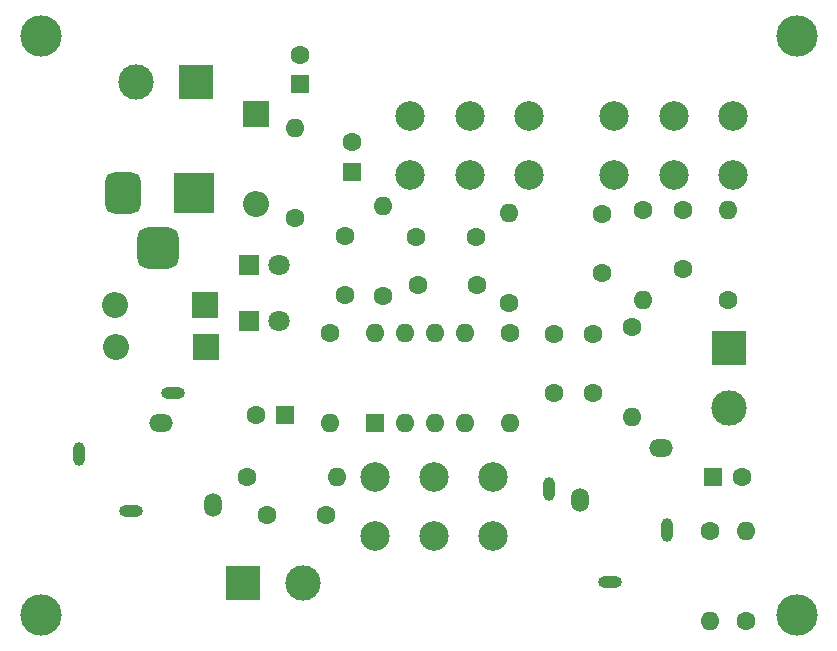
<source format=gbr>
%TF.GenerationSoftware,KiCad,Pcbnew,(6.0.2)*%
%TF.CreationDate,2022-04-13T08:42:36-05:00*%
%TF.ProjectId,PhonoJFET,50686f6e-6f4a-4464-9554-2e6b69636164,rev?*%
%TF.SameCoordinates,Original*%
%TF.FileFunction,Soldermask,Top*%
%TF.FilePolarity,Negative*%
%FSLAX46Y46*%
G04 Gerber Fmt 4.6, Leading zero omitted, Abs format (unit mm)*
G04 Created by KiCad (PCBNEW (6.0.2)) date 2022-04-13 08:42:36*
%MOMM*%
%LPD*%
G01*
G04 APERTURE LIST*
G04 Aperture macros list*
%AMRoundRect*
0 Rectangle with rounded corners*
0 $1 Rounding radius*
0 $2 $3 $4 $5 $6 $7 $8 $9 X,Y pos of 4 corners*
0 Add a 4 corners polygon primitive as box body*
4,1,4,$2,$3,$4,$5,$6,$7,$8,$9,$2,$3,0*
0 Add four circle primitives for the rounded corners*
1,1,$1+$1,$2,$3*
1,1,$1+$1,$4,$5*
1,1,$1+$1,$6,$7*
1,1,$1+$1,$8,$9*
0 Add four rect primitives between the rounded corners*
20,1,$1+$1,$2,$3,$4,$5,0*
20,1,$1+$1,$4,$5,$6,$7,0*
20,1,$1+$1,$6,$7,$8,$9,0*
20,1,$1+$1,$8,$9,$2,$3,0*%
G04 Aperture macros list end*
%ADD10R,1.600000X1.600000*%
%ADD11C,1.600000*%
%ADD12C,3.500000*%
%ADD13R,1.800000X1.800000*%
%ADD14C,1.800000*%
%ADD15C,2.500000*%
%ADD16O,1.600000X1.600000*%
%ADD17O,2.000000X1.000000*%
%ADD18O,1.000000X2.000000*%
%ADD19O,1.500000X2.000000*%
%ADD20O,2.000000X1.500000*%
%ADD21R,2.200000X2.200000*%
%ADD22O,2.200000X2.200000*%
%ADD23R,3.000000X3.000000*%
%ADD24C,3.000000*%
%ADD25R,3.500000X3.500000*%
%ADD26RoundRect,0.750000X-0.750000X-1.000000X0.750000X-1.000000X0.750000X1.000000X-0.750000X1.000000X0*%
%ADD27RoundRect,0.875000X-0.875000X-0.875000X0.875000X-0.875000X0.875000X0.875000X-0.875000X0.875000X0*%
G04 APERTURE END LIST*
D10*
%TO.C,C1*%
X99695000Y-144119600D03*
D11*
X97195000Y-144119600D03*
%TD*%
D12*
%TO.C,J9*%
X79000000Y-161000000D03*
%TD*%
D13*
%TO.C,D2*%
X96650000Y-136100000D03*
D14*
X99190000Y-136100000D03*
%TD*%
D10*
%TO.C,C3*%
X105375000Y-123475000D03*
D11*
X105375000Y-120975000D03*
%TD*%
D15*
%TO.C,RV3*%
X110316000Y-118776500D03*
X115316000Y-118776500D03*
X120316000Y-118776500D03*
X110316000Y-123776500D03*
X115316000Y-123776500D03*
X120316000Y-123776500D03*
%TD*%
D11*
%TO.C,R11*%
X135636000Y-153924000D03*
D16*
X135636000Y-161544000D03*
%TD*%
D11*
%TO.C,R10*%
X138684000Y-161544000D03*
D16*
X138684000Y-153924000D03*
%TD*%
D11*
%TO.C,C4*%
X122428000Y-137200000D03*
X122428000Y-142200000D03*
%TD*%
D13*
%TO.C,D3*%
X96625000Y-131375000D03*
D14*
X99165000Y-131375000D03*
%TD*%
D11*
%TO.C,R7*%
X118618000Y-134620000D03*
D16*
X118618000Y-127000000D03*
%TD*%
D11*
%TO.C,R6*%
X130000000Y-126746000D03*
D16*
X130000000Y-134366000D03*
%TD*%
D11*
%TO.C,C7*%
X104775000Y-133945000D03*
X104775000Y-128945000D03*
%TD*%
D10*
%TO.C,C2*%
X100925000Y-116075000D03*
D11*
X100925000Y-113575000D03*
%TD*%
D17*
%TO.C,J2*%
X86690000Y-152200000D03*
X90190000Y-142200000D03*
D18*
X82290000Y-147400000D03*
D19*
X93590000Y-151700000D03*
D20*
X89190000Y-144800000D03*
%TD*%
D11*
%TO.C,R5*%
X129050000Y-136650000D03*
D16*
X129050000Y-144270000D03*
%TD*%
D21*
%TO.C,D4*%
X92950000Y-134770000D03*
D22*
X85330000Y-134770000D03*
%TD*%
D11*
%TO.C,C12*%
X98180000Y-152510000D03*
X103180000Y-152510000D03*
%TD*%
%TO.C,R9*%
X96460000Y-149290000D03*
D16*
X104080000Y-149290000D03*
%TD*%
D18*
%TO.C,J5*%
X132040000Y-153810000D03*
X122040000Y-150310000D03*
D17*
X127240000Y-158210000D03*
D20*
X131540000Y-146910000D03*
D19*
X124640000Y-151310000D03*
%TD*%
D11*
%TO.C,R3*%
X100500000Y-127435000D03*
D16*
X100500000Y-119815000D03*
%TD*%
D10*
%TO.C,U1*%
X107325000Y-144770000D03*
D16*
X109865000Y-144770000D03*
X112405000Y-144770000D03*
X114945000Y-144770000D03*
X114945000Y-137150000D03*
X112405000Y-137150000D03*
X109865000Y-137150000D03*
X107325000Y-137150000D03*
%TD*%
D15*
%TO.C,RV1*%
X117270000Y-154330000D03*
X112270000Y-154330000D03*
X107270000Y-154330000D03*
X117270000Y-149330000D03*
X112270000Y-149330000D03*
X107270000Y-149330000D03*
%TD*%
D11*
%TO.C,R1*%
X103505000Y-137160000D03*
D16*
X103505000Y-144780000D03*
%TD*%
D11*
%TO.C,C8*%
X115824000Y-129032000D03*
X110824000Y-129032000D03*
%TD*%
%TO.C,C9*%
X125730000Y-142200000D03*
X125730000Y-137200000D03*
%TD*%
D15*
%TO.C,RV2*%
X127588000Y-118776500D03*
X132588000Y-118776500D03*
X137588000Y-118776500D03*
X127588000Y-123776500D03*
X132588000Y-123776500D03*
X137588000Y-123776500D03*
%TD*%
D23*
%TO.C,J10*%
X92190000Y-115925000D03*
D24*
X87110000Y-115925000D03*
%TD*%
D11*
%TO.C,R8*%
X107950000Y-133985000D03*
D16*
X107950000Y-126365000D03*
%TD*%
D11*
%TO.C,C10*%
X110911000Y-133096000D03*
X115911000Y-133096000D03*
%TD*%
D10*
%TO.C,C11*%
X135890000Y-149352000D03*
D11*
X138390000Y-149352000D03*
%TD*%
D12*
%TO.C,J8*%
X79000000Y-112000000D03*
%TD*%
%TO.C,J7*%
X143000000Y-161000000D03*
%TD*%
D25*
%TO.C,J3*%
X91975000Y-125250000D03*
D26*
X85975000Y-125250000D03*
D27*
X88975000Y-129950000D03*
%TD*%
D23*
%TO.C,J4*%
X137287000Y-138430000D03*
D24*
X137287000Y-143510000D03*
%TD*%
D11*
%TO.C,R4*%
X137160000Y-134366000D03*
D16*
X137160000Y-126746000D03*
%TD*%
D21*
%TO.C,D1*%
X97225000Y-118618000D03*
D22*
X97225000Y-126238000D03*
%TD*%
D21*
%TO.C,D5*%
X92964000Y-138310000D03*
D22*
X85344000Y-138310000D03*
%TD*%
D11*
%TO.C,C5*%
X133350000Y-131746000D03*
X133350000Y-126746000D03*
%TD*%
%TO.C,R2*%
X118745000Y-137160000D03*
D16*
X118745000Y-144780000D03*
%TD*%
D23*
%TO.C,J1*%
X96120000Y-158310000D03*
D24*
X101200000Y-158310000D03*
%TD*%
D12*
%TO.C,J6*%
X143000000Y-112000000D03*
%TD*%
D11*
%TO.C,C6*%
X126492000Y-127040000D03*
X126492000Y-132040000D03*
%TD*%
M02*

</source>
